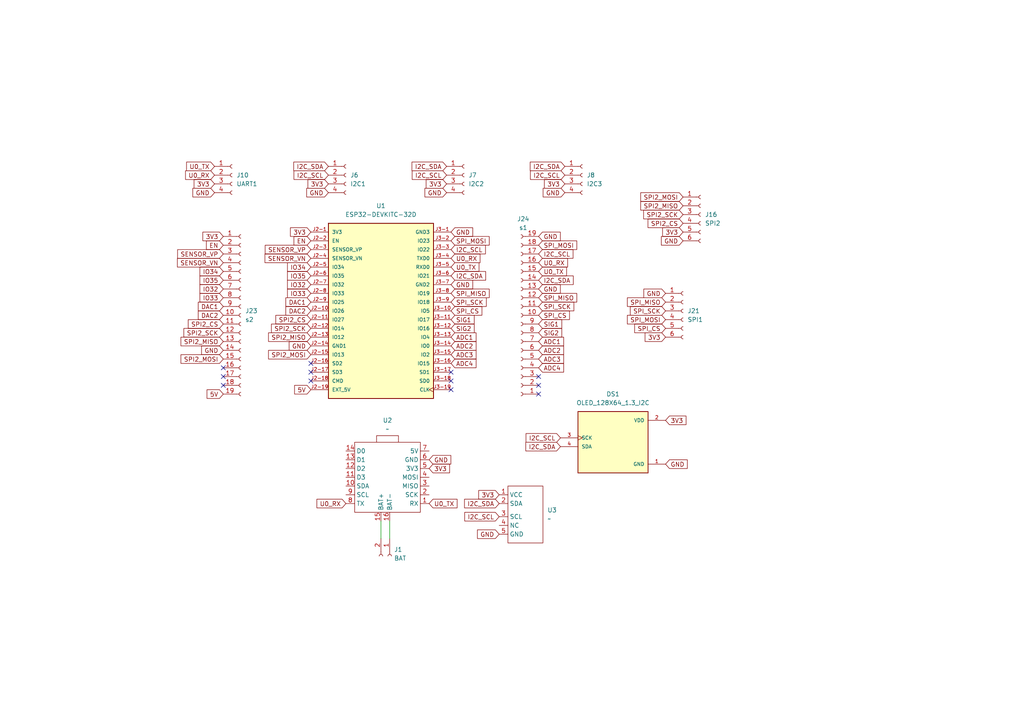
<source format=kicad_sch>
(kicad_sch (version 20250114) (generator "eeschema") (generator_version "9.0")
  (paper "A4")
  (lib_symbols
    (symbol "Connector:Conn_01x02_Socket" (pin_names (offset 1.016) (hide yes))
      (property "Reference" "J" (at 0 2.54 0))
      (property "Value" "Conn_01x02_Socket" (at 0 -5.08 0))
      (symbol "Conn_01x02_Socket_1_1"
        (polyline (pts (xy -1.27 0) (xy -0.508 0)) (stroke (width 0.1524)))
        (polyline (pts (xy -1.27 -2.54) (xy -0.508 -2.54)) (stroke (width 0.1524)))
        (arc (start 0 -0.508) (mid -0.5058 0) (end 0 0.508) (stroke (width 0.1524)))
        (arc (start 0 -3.048) (mid -0.5058 -2.54) (end 0 -2.032) (stroke (width 0.1524)))
        (pin passive line (at -5.08 0 0) (length 3.81) (name "Pin_1") (number "1"))
        (pin passive line (at -5.08 -2.54 0) (length 3.81) (name "Pin_2") (number "2"))
      )
    )
    (symbol "Connector:Conn_01x04_Socket" (pin_names (offset 1.016) (hide yes))
      (property "Reference" "J" (at 0 5.08 0))
      (property "Value" "Conn_01x04_Socket" (at 0 -7.62 0))
      (symbol "Conn_01x04_Socket_1_1"
        (polyline (pts (xy -1.27 2.54) (xy -0.508 2.54)) (stroke (width 0.1524)))
        (polyline (pts (xy -1.27 0) (xy -0.508 0)) (stroke (width 0.1524)))
        (polyline (pts (xy -1.27 -2.54) (xy -0.508 -2.54)) (stroke (width 0.1524)))
        (polyline (pts (xy -1.27 -5.08) (xy -0.508 -5.08)) (stroke (width 0.1524)))
        (arc (start 0 2.032) (mid -0.5058 2.54) (end 0 3.048) (stroke (width 0.1524)))
        (arc (start 0 -0.508) (mid -0.5058 0) (end 0 0.508) (stroke (width 0.1524)))
        (arc (start 0 -3.048) (mid -0.5058 -2.54) (end 0 -2.032) (stroke (width 0.1524)))
        (arc (start 0 -5.588) (mid -0.5058 -5.08) (end 0 -4.572) (stroke (width 0.1524)))
        (pin passive line (at -5.08 2.54 0) (length 3.81) (name "Pin_1") (number "1"))
        (pin passive line (at -5.08 0 0) (length 3.81) (name "Pin_2") (number "2"))
        (pin passive line (at -5.08 -2.54 0) (length 3.81) (name "Pin_3") (number "3"))
        (pin passive line (at -5.08 -5.08 0) (length 3.81) (name "Pin_4") (number "4"))
      )
    )
    (symbol "Connector:Conn_01x06_Socket" (pin_names (offset 1.016) (hide yes))
      (property "Reference" "J" (at 0 7.62 0))
      (property "Value" "Conn_01x06_Socket" (at 0 -10.16 0))
      (symbol "Conn_01x06_Socket_1_1"
        (polyline (pts (xy -1.27 5.08) (xy -0.508 5.08)) (stroke (width 0.1524)))
        (polyline (pts (xy -1.27 2.54) (xy -0.508 2.54)) (stroke (width 0.1524)))
        (polyline (pts (xy -1.27 0) (xy -0.508 0)) (stroke (width 0.1524)))
        (polyline (pts (xy -1.27 -2.54) (xy -0.508 -2.54)) (stroke (width 0.1524)))
        (polyline (pts (xy -1.27 -5.08) (xy -0.508 -5.08)) (stroke (width 0.1524)))
        (polyline (pts (xy -1.27 -7.62) (xy -0.508 -7.62)) (stroke (width 0.1524)))
        (arc (start 0 4.572) (mid -0.5058 5.08) (end 0 5.588) (stroke (width 0.1524)))
        (arc (start 0 2.032) (mid -0.5058 2.54) (end 0 3.048) (stroke (width 0.1524)))
        (arc (start 0 -0.508) (mid -0.5058 0) (end 0 0.508) (stroke (width 0.1524)))
        (arc (start 0 -3.048) (mid -0.5058 -2.54) (end 0 -2.032) (stroke (width 0.1524)))
        (arc (start 0 -5.588) (mid -0.5058 -5.08) (end 0 -4.572) (stroke (width 0.1524)))
        (arc (start 0 -8.128) (mid -0.5058 -7.62) (end 0 -7.112) (stroke (width 0.1524)))
        (pin passive line (at -5.08 5.08 0) (length 3.81) (name "Pin_1") (number "1"))
        (pin passive line (at -5.08 2.54 0) (length 3.81) (name "Pin_2") (number "2"))
        (pin passive line (at -5.08 0 0) (length 3.81) (name "Pin_3") (number "3"))
        (pin passive line (at -5.08 -2.54 0) (length 3.81) (name "Pin_4") (number "4"))
        (pin passive line (at -5.08 -5.08 0) (length 3.81) (name "Pin_5") (number "5"))
        (pin passive line (at -5.08 -7.62 0) (length 3.81) (name "Pin_6") (number "6"))
      )
    )
    (symbol "Connector:Conn_01x19_Socket" (pin_names (offset 1.016) (hide yes))
      (property "Reference" "J" (at 0 25.4 0))
      (property "Value" "Conn_01x19_Socket" (at 0 -25.4 0))
      (symbol "Conn_01x19_Socket_1_1"
        (polyline (pts (xy -1.27 22.86) (xy -0.508 22.86)) (stroke (width 0.1524)))
        (polyline (pts (xy -1.27 20.32) (xy -0.508 20.32)) (stroke (width 0.1524)))
        (polyline (pts (xy -1.27 17.78) (xy -0.508 17.78)) (stroke (width 0.1524)))
        (polyline (pts (xy -1.27 15.24) (xy -0.508 15.24)) (stroke (width 0.1524)))
        (polyline (pts (xy -1.27 12.7) (xy -0.508 12.7)) (stroke (width 0.1524)))
        (polyline (pts (xy -1.27 10.16) (xy -0.508 10.16)) (stroke (width 0.1524)))
        (polyline (pts (xy -1.27 7.62) (xy -0.508 7.62)) (stroke (width 0.1524)))
        (polyline (pts (xy -1.27 5.08) (xy -0.508 5.08)) (stroke (width 0.1524)))
        (polyline (pts (xy -1.27 2.54) (xy -0.508 2.54)) (stroke (width 0.1524)))
        (polyline (pts (xy -1.27 0) (xy -0.508 0)) (stroke (width 0.1524)))
        (polyline (pts (xy -1.27 -2.54) (xy -0.508 -2.54)) (stroke (width 0.1524)))
        (polyline (pts (xy -1.27 -5.08) (xy -0.508 -5.08)) (stroke (width 0.1524)))
        (polyline (pts (xy -1.27 -7.62) (xy -0.508 -7.62)) (stroke (width 0.1524)))
        (polyline (pts (xy -1.27 -10.16) (xy -0.508 -10.16)) (stroke (width 0.1524)))
        (polyline (pts (xy -1.27 -12.7) (xy -0.508 -12.7)) (stroke (width 0.1524)))
        (polyline (pts (xy -1.27 -15.24) (xy -0.508 -15.24)) (stroke (width 0.1524)))
        (polyline (pts (xy -1.27 -17.78) (xy -0.508 -17.78)) (stroke (width 0.1524)))
        (polyline (pts (xy -1.27 -20.32) (xy -0.508 -20.32)) (stroke (width 0.1524)))
        (polyline (pts (xy -1.27 -22.86) (xy -0.508 -22.86)) (stroke (width 0.1524)))
        (arc (start 0 22.352) (mid -0.5058 22.86) (end 0 23.368) (stroke (width 0.1524)))
        (arc (start 0 19.812) (mid -0.5058 20.32) (end 0 20.828) (stroke (width 0.1524)))
        (arc (start 0 17.272) (mid -0.5058 17.78) (end 0 18.288) (stroke (width 0.1524)))
        (arc (start 0 14.732) (mid -0.5058 15.24) (end 0 15.748) (stroke (width 0.1524)))
        (arc (start 0 12.192) (mid -0.5058 12.7) (end 0 13.208) (stroke (width 0.1524)))
        (arc (start 0 9.652) (mid -0.5058 10.16) (end 0 10.668) (stroke (width 0.1524)))
        (arc (start 0 7.112) (mid -0.5058 7.62) (end 0 8.128) (stroke (width 0.1524)))
        (arc (start 0 4.572) (mid -0.5058 5.08) (end 0 5.588) (stroke (width 0.1524)))
        (arc (start 0 2.032) (mid -0.5058 2.54) (end 0 3.048) (stroke (width 0.1524)))
        (arc (start 0 -0.508) (mid -0.5058 0) (end 0 0.508) (stroke (width 0.1524)))
        (arc (start 0 -3.048) (mid -0.5058 -2.54) (end 0 -2.032) (stroke (width 0.1524)))
        (arc (start 0 -5.588) (mid -0.5058 -5.08) (end 0 -4.572) (stroke (width 0.1524)))
        (arc (start 0 -8.128) (mid -0.5058 -7.62) (end 0 -7.112) (stroke (width 0.1524)))
        (arc (start 0 -10.668) (mid -0.5058 -10.16) (end 0 -9.652) (stroke (width 0.1524)))
        (arc (start 0 -13.208) (mid -0.5058 -12.7) (end 0 -12.192) (stroke (width 0.1524)))
        (arc (start 0 -15.748) (mid -0.5058 -15.24) (end 0 -14.732) (stroke (width 0.1524)))
        (arc (start 0 -18.288) (mid -0.5058 -17.78) (end 0 -17.272) (stroke (width 0.1524)))
        (arc (start 0 -20.828) (mid -0.5058 -20.32) (end 0 -19.812) (stroke (width 0.1524)))
        (arc (start 0 -23.368) (mid -0.5058 -22.86) (end 0 -22.352) (stroke (width 0.1524)))
        (pin passive line (at -5.08 22.86 0) (length 3.81) (name "Pin_1") (number "1"))
        (pin passive line (at -5.08 20.32 0) (length 3.81) (name "Pin_2") (number "2"))
        (pin passive line (at -5.08 17.78 0) (length 3.81) (name "Pin_3") (number "3"))
        (pin passive line (at -5.08 15.24 0) (length 3.81) (name "Pin_4") (number "4"))
        (pin passive line (at -5.08 12.7 0) (length 3.81) (name "Pin_5") (number "5"))
        (pin passive line (at -5.08 10.16 0) (length 3.81) (name "Pin_6") (number "6"))
        (pin passive line (at -5.08 7.62 0) (length 3.81) (name "Pin_7") (number "7"))
        (pin passive line (at -5.08 5.08 0) (length 3.81) (name "Pin_8") (number "8"))
        (pin passive line (at -5.08 2.54 0) (length 3.81) (name "Pin_9") (number "9"))
        (pin passive line (at -5.08 0 0) (length 3.81) (name "Pin_10") (number "10"))
        (pin passive line (at -5.08 -2.54 0) (length 3.81) (name "Pin_11") (number "11"))
        (pin passive line (at -5.08 -5.08 0) (length 3.81) (name "Pin_12") (number "12"))
        (pin passive line (at -5.08 -7.62 0) (length 3.81) (name "Pin_13") (number "13"))
        (pin passive line (at -5.08 -10.16 0) (length 3.81) (name "Pin_14") (number "14"))
        (pin passive line (at -5.08 -12.7 0) (length 3.81) (name "Pin_15") (number "15"))
        (pin passive line (at -5.08 -15.24 0) (length 3.81) (name "Pin_16") (number "16"))
        (pin passive line (at -5.08 -17.78 0) (length 3.81) (name "Pin_17") (number "17"))
        (pin passive line (at -5.08 -20.32 0) (length 3.81) (name "Pin_18") (number "18"))
        (pin passive line (at -5.08 -22.86 0) (length 3.81) (name "Pin_19") (number "19"))
      )
    )
    (symbol "DS3231:DS3131"
      (property "Reference" "U" (at 0 0 0))
      (symbol "DS3131_0_1"
        (rectangle (start -5.08 6.35) (end 5.08 -10.16))
      )
      (symbol "DS3131_1_1"
        (pin input line (at -7.62 3.81 0) (length 2.54) (name "VCC") (number "1"))
        (pin input line (at -7.62 1.27 0) (length 2.54) (name "SDA") (number "2"))
        (pin input line (at -7.62 -2.54 0) (length 2.54) (name "SCL") (number "3"))
        (pin input line (at -7.62 -5.08 0) (length 2.54) (name "NC") (number "4"))
        (pin input line (at -7.62 -7.62 0) (length 2.54) (name "GND") (number "5"))
      )
    )
    (symbol "ESP32-DEVKITC-32D:ESP32-DEVKITC-32D" (pin_names (offset 1.016))
      (property "Reference" "U" (at -15.2572 26.0643 0))
      (property "Value" "ESP32-DEVKITC-32D" (at -15.2563 -27.9698 0))
      (symbol "ESP32-DEVKITC-32D_0_0"
        (rectangle (start -15.24 -25.4) (end 15.24 25.4) (stroke (width 0.254)) (fill (type background)))
        (pin power_in line (at -20.32 22.86 0) (length 5.08) (name "3V3") (number "J2-1"))
        (pin input line (at -20.32 20.32 0) (length 5.08) (name "EN") (number "J2-2"))
        (pin input line (at -20.32 17.78 0) (length 5.08) (name "SENSOR_VP") (number "J2-3"))
        (pin input line (at -20.32 15.24 0) (length 5.08) (name "SENSOR_VN") (number "J2-4"))
        (pin bidirectional line (at -20.32 12.7 0) (length 5.08) (name "IO34") (number "J2-5"))
        (pin bidirectional line (at -20.32 10.16 0) (length 5.08) (name "IO35") (number "J2-6"))
        (pin bidirectional line (at -20.32 7.62 0) (length 5.08) (name "IO32") (number "J2-7"))
        (pin bidirectional line (at -20.32 5.08 0) (length 5.08) (name "IO33") (number "J2-8"))
        (pin bidirectional line (at -20.32 2.54 0) (length 5.08) (name "IO25") (number "J2-9"))
        (pin bidirectional line (at -20.32 0 0) (length 5.08) (name "IO26") (number "J2-10"))
        (pin bidirectional line (at -20.32 -2.54 0) (length 5.08) (name "IO27") (number "J2-11"))
        (pin bidirectional line (at -20.32 -5.08 0) (length 5.08) (name "IO14") (number "J2-12"))
        (pin bidirectional line (at -20.32 -7.62 0) (length 5.08) (name "IO12") (number "J2-13"))
        (pin power_in line (at -20.32 -10.16 0) (length 5.08) (name "GND1") (number "J2-14"))
        (pin bidirectional line (at -20.32 -12.7 0) (length 5.08) (name "IO13") (number "J2-15"))
        (pin bidirectional line (at -20.32 -15.24 0) (length 5.08) (name "SD2") (number "J2-16"))
        (pin bidirectional line (at -20.32 -17.78 0) (length 5.08) (name "SD3") (number "J2-17"))
        (pin bidirectional line (at -20.32 -20.32 0) (length 5.08) (name "CMD") (number "J2-18"))
        (pin power_in line (at -20.32 -22.86 0) (length 5.08) (name "EXT_5V") (number "J2-19"))
        (pin power_in line (at 20.32 22.86 180) (length 5.08) (name "GND3") (number "J3-1"))
        (pin bidirectional line (at 20.32 20.32 180) (length 5.08) (name "IO23") (number "J3-2"))
        (pin bidirectional line (at 20.32 17.78 180) (length 5.08) (name "IO22") (number "J3-3"))
        (pin output line (at 20.32 15.24 180) (length 5.08) (name "TXD0") (number "J3-4"))
        (pin input line (at 20.32 12.7 180) (length 5.08) (name "RXD0") (number "J3-5"))
        (pin bidirectional line (at 20.32 10.16 180) (length 5.08) (name "IO21") (number "J3-6"))
        (pin power_in line (at 20.32 7.62 180) (length 5.08) (name "GND2") (number "J3-7"))
        (pin bidirectional line (at 20.32 5.08 180) (length 5.08) (name "IO19") (number "J3-8"))
        (pin bidirectional line (at 20.32 2.54 180) (length 5.08) (name "IO18") (number "J3-9"))
        (pin bidirectional line (at 20.32 0 180) (length 5.08) (name "IO5") (number "J3-10"))
        (pin bidirectional line (at 20.32 -2.54 180) (length 5.08) (name "IO17") (number "J3-11"))
        (pin bidirectional line (at 20.32 -5.08 180) (length 5.08) (name "IO16") (number "J3-12"))
        (pin bidirectional line (at 20.32 -7.62 180) (length 5.08) (name "IO4") (number "J3-13"))
        (pin bidirectional line (at 20.32 -10.16 180) (length 5.08) (name "IO0") (number "J3-14"))
        (pin bidirectional line (at 20.32 -12.7 180) (length 5.08) (name "IO2") (number "J3-15"))
        (pin bidirectional line (at 20.32 -15.24 180) (length 5.08) (name "IO15") (number "J3-16"))
        (pin bidirectional line (at 20.32 -17.78 180) (length 5.08) (name "SD1") (number "J3-17"))
        (pin bidirectional line (at 20.32 -20.32 180) (length 5.08) (name "SD0") (number "J3-18"))
        (pin input clock (at 20.32 -22.86 180) (length 5.08) (name "CLK") (number "J3-19"))
      )
    )
    (symbol "OLED_128X64_1.3_I2C:OLED_128X64_1.3_I2C" (pin_names (offset 1.016))
      (property "Reference" "DS" (at -10.16 10.922 0))
      (property "Value" "OLED_128X64_1.3_I2C" (at -10.16 -10.16 0))
      (symbol "OLED_128X64_1.3_I2C_0_0"
        (rectangle (start -10.16 -7.62) (end 10.16 10.16) (stroke (width 0.254)) (fill (type background)))
        (pin input clock (at -15.24 2.54 0) (length 5.08) (name "SCK") (number "3"))
        (pin bidirectional line (at -15.24 0 0) (length 5.08) (name "SDA") (number "4"))
      )
      (symbol "OLED_128X64_1.3_I2C_1_0"
        (pin power_in line (at 15.24 7.62 180) (length 5.08) (name "VDD") (number "2"))
        (pin power_in line (at 15.24 -5.08 180) (length 5.08) (name "GND") (number "1"))
      )
    )
    (symbol "Seeed XIAO nrf52840:NRF52840"
      (property "Reference" "U" (at 0.254 0.254 0))
      (symbol "NRF52840_0_1"
        (rectangle (start -8.89 8.89) (end 10.16 -11.43))
        (rectangle (start -2.54 10.795) (end 3.81 8.89))
      )
      (symbol "NRF52840_1_1"
        (pin input line (at -11.43 6.35 0) (length 2.54) (name "D0") (number "14"))
        (pin input line (at -11.43 3.81 0) (length 2.54) (name "D1") (number "13"))
        (pin input line (at -11.43 1.27 0) (length 2.54) (name "D2") (number "12"))
        (pin input line (at -11.43 -1.27 0) (length 2.54) (name "D3") (number "11"))
        (pin input line (at -11.43 -3.81 0) (length 2.54) (name "SDA") (number "10"))
        (pin input line (at -11.43 -6.35 0) (length 2.54) (name "SCL") (number "9"))
        (pin input line (at -11.43 -8.89 0) (length 2.54) (name "TX") (number "8"))
        (pin input line (at -1.27 -13.97 90) (length 2.54) (name "BAT+") (number "15"))
        (pin input line (at 1.27 -13.97 90) (length 2.54) (name "BAT-") (number "16"))
        (pin input line (at 12.7 6.35 180) (length 2.54) (name "5V") (number "7"))
        (pin input line (at 12.7 3.81 180) (length 2.54) (name "GND") (number "6"))
        (pin input line (at 12.7 1.27 180) (length 2.54) (name "3V3") (number "5"))
        (pin input line (at 12.7 -1.27 180) (length 2.54) (name "MOSI") (number "4"))
        (pin input line (at 12.7 -3.81 180) (length 2.54) (name "MISO") (number "3"))
        (pin input line (at 12.7 -6.35 180) (length 2.54) (name "SCK") (number "2"))
        (pin input line (at 12.7 -8.89 180) (length 2.54) (name "RX") (number "1"))
      )
    )
  )
  (no_connect (at 156.21 109.22))
  (no_connect (at 90.17 105.41))
  (no_connect (at 156.21 114.3))
  (no_connect (at 64.77 111.76))
  (no_connect (at 130.81 107.95))
  (no_connect (at 130.81 113.03))
  (no_connect (at 130.81 110.49))
  (no_connect (at 90.17 110.49))
  (no_connect (at 64.77 109.22))
  (no_connect (at 90.17 107.95))
  (no_connect (at 64.77 106.68))
  (no_connect (at 156.21 111.76))
  (wire (pts (xy 113.03 151.13) (xy 113.03 156.21)))
  (wire (pts (xy 110.49 151.13) (xy 110.49 156.21)))
  (global_label "5V" (shape input) (at 64.77 114.3 180) (property "Intersheetrefs" "${INTERSHEET_REFS}" (effects (hide yes))))
  (global_label "GND" (shape input) (at 163.83 55.88 180) (property "Intersheetrefs" "${INTERSHEET_REFS}" (effects (hide yes))))
  (global_label "SPI_MISO" (shape input) (at 130.81 85.09 0) (property "Intersheetrefs" "${INTERSHEET_REFS}" (effects (hide yes))))
  (global_label "SPI_CS" (shape input) (at 193.04 95.25 180) (property "Intersheetrefs" "${INTERSHEET_REFS}" (effects (hide yes))))
  (global_label "GND" (shape input) (at 62.23 55.88 180) (property "Intersheetrefs" "${INTERSHEET_REFS}" (effects (hide yes))))
  (global_label "SIG2" (shape input) (at 130.81 95.25 0) (property "Intersheetrefs" "${INTERSHEET_REFS}" (effects (hide yes))))
  (global_label "3V3" (shape input) (at 62.23 53.34 180) (property "Intersheetrefs" "${INTERSHEET_REFS}" (effects (hide yes))))
  (global_label "SPI2_MISO" (shape input) (at 198.12 59.69 180) (property "Intersheetrefs" "${INTERSHEET_REFS}" (effects (hide yes))))
  (global_label "IO34" (shape input) (at 90.17 77.47 180) (property "Intersheetrefs" "${INTERSHEET_REFS}" (effects (hide yes))))
  (global_label "EN" (shape input) (at 90.17 69.85 180) (property "Intersheetrefs" "${INTERSHEET_REFS}" (effects (hide yes))))
  (global_label "SPI2_CS" (shape input) (at 198.12 64.77 180) (property "Intersheetrefs" "${INTERSHEET_REFS}" (effects (hide yes))))
  (global_label "5V" (shape input) (at 90.17 113.03 180) (property "Intersheetrefs" "${INTERSHEET_REFS}" (effects (hide yes))))
  (global_label "SENSOR_VN" (shape input) (at 64.77 76.2 180) (property "Intersheetrefs" "${INTERSHEET_REFS}" (effects (hide yes))))
  (global_label "SENSOR_VN" (shape input) (at 90.17 74.93 180) (property "Intersheetrefs" "${INTERSHEET_REFS}" (effects (hide yes))))
  (global_label "I2C_SDA" (shape input) (at 144.78 146.05 180) (property "Intersheetrefs" "${INTERSHEET_REFS}" (effects (hide yes))))
  (global_label "I2C_SDA" (shape input) (at 163.83 48.26 180) (property "Intersheetrefs" "${INTERSHEET_REFS}" (effects (hide yes))))
  (global_label "GND" (shape input) (at 90.17 100.33 180) (property "Intersheetrefs" "${INTERSHEET_REFS}" (effects (hide yes))))
  (global_label "SIG1" (shape input) (at 130.81 92.71 0) (property "Intersheetrefs" "${INTERSHEET_REFS}" (effects (hide yes))))
  (global_label "3V3" (shape input) (at 90.17 67.31 180) (property "Intersheetrefs" "${INTERSHEET_REFS}" (effects (hide yes))))
  (global_label "SPI2_MOSI" (shape input) (at 90.17 102.87 180) (property "Intersheetrefs" "${INTERSHEET_REFS}" (effects (hide yes))))
  (global_label "3V3" (shape input) (at 129.54 53.34 180) (property "Intersheetrefs" "${INTERSHEET_REFS}" (effects (hide yes))))
  (global_label "SPI2_MISO" (shape input) (at 64.77 99.06 180) (property "Intersheetrefs" "${INTERSHEET_REFS}" (effects (hide yes))))
  (global_label "U0_RX" (shape input) (at 130.81 74.93 0) (property "Intersheetrefs" "${INTERSHEET_REFS}" (effects (hide yes))))
  (global_label "GND" (shape input) (at 156.21 68.58 0) (property "Intersheetrefs" "${INTERSHEET_REFS}" (effects (hide yes))))
  (global_label "3V3" (shape input) (at 95.25 53.34 180) (property "Intersheetrefs" "${INTERSHEET_REFS}" (effects (hide yes))))
  (global_label "SPI2_CS" (shape input) (at 90.17 92.71 180) (property "Intersheetrefs" "${INTERSHEET_REFS}" (effects (hide yes))))
  (global_label "I2C_SCL" (shape input) (at 163.83 50.8 180) (property "Intersheetrefs" "${INTERSHEET_REFS}" (effects (hide yes))))
  (global_label "IO33" (shape input) (at 90.17 85.09 180) (property "Intersheetrefs" "${INTERSHEET_REFS}" (effects (hide yes))))
  (global_label "GND" (shape input) (at 193.04 134.62 0) (property "Intersheetrefs" "${INTERSHEET_REFS}" (effects (hide yes))))
  (global_label "SIG1" (shape input) (at 156.21 93.98 0) (property "Intersheetrefs" "${INTERSHEET_REFS}" (effects (hide yes))))
  (global_label "SPI2_SCK" (shape input) (at 198.12 62.23 180) (property "Intersheetrefs" "${INTERSHEET_REFS}" (effects (hide yes))))
  (global_label "ADC4" (shape input) (at 130.81 105.41 0) (property "Intersheetrefs" "${INTERSHEET_REFS}" (effects (hide yes))))
  (global_label "U0_RX" (shape input) (at 100.33 146.05 180) (property "Intersheetrefs" "${INTERSHEET_REFS}" (effects (hide yes))))
  (global_label "SPI2_SCK" (shape input) (at 90.17 95.25 180) (property "Intersheetrefs" "${INTERSHEET_REFS}" (effects (hide yes))))
  (global_label "IO33" (shape input) (at 64.77 86.36 180) (property "Intersheetrefs" "${INTERSHEET_REFS}" (effects (hide yes))))
  (global_label "GND" (shape input) (at 130.81 67.31 0) (property "Intersheetrefs" "${INTERSHEET_REFS}" (effects (hide yes))))
  (global_label "IO32" (shape input) (at 90.17 82.55 180) (property "Intersheetrefs" "${INTERSHEET_REFS}" (effects (hide yes))))
  (global_label "SPI_SCK" (shape input) (at 193.04 90.17 180) (property "Intersheetrefs" "${INTERSHEET_REFS}" (effects (hide yes))))
  (global_label "GND" (shape input) (at 144.78 154.94 180) (property "Intersheetrefs" "${INTERSHEET_REFS}" (effects (hide yes))))
  (global_label "IO35" (shape input) (at 90.17 80.01 180) (property "Intersheetrefs" "${INTERSHEET_REFS}" (effects (hide yes))))
  (global_label "SPI_MISO" (shape input) (at 156.21 86.36 0) (property "Intersheetrefs" "${INTERSHEET_REFS}" (effects (hide yes))))
  (global_label "DAC1" (shape input) (at 90.17 87.63 180) (property "Intersheetrefs" "${INTERSHEET_REFS}" (effects (hide yes))))
  (global_label "U0_TX" (shape input) (at 62.23 48.26 180) (property "Intersheetrefs" "${INTERSHEET_REFS}" (effects (hide yes))))
  (global_label "I2C_SDA" (shape input) (at 95.25 48.26 180) (property "Intersheetrefs" "${INTERSHEET_REFS}" (effects (hide yes))))
  (global_label "U0_RX" (shape input) (at 62.23 50.8 180) (property "Intersheetrefs" "${INTERSHEET_REFS}" (effects (hide yes))))
  (global_label "GND" (shape input) (at 124.46 133.35 0) (property "Intersheetrefs" "${INTERSHEET_REFS}" (effects (hide yes))))
  (global_label "SPI_MOSI" (shape input) (at 193.04 92.71 180) (property "Intersheetrefs" "${INTERSHEET_REFS}" (effects (hide yes))))
  (global_label "I2C_SDA" (shape input) (at 156.21 81.28 0) (property "Intersheetrefs" "${INTERSHEET_REFS}" (effects (hide yes))))
  (global_label "IO34" (shape input) (at 64.77 78.74 180) (property "Intersheetrefs" "${INTERSHEET_REFS}" (effects (hide yes))))
  (global_label "3V3" (shape input) (at 193.04 97.79 180) (property "Intersheetrefs" "${INTERSHEET_REFS}" (effects (hide yes))))
  (global_label "ADC3" (shape input) (at 156.21 104.14 0) (property "Intersheetrefs" "${INTERSHEET_REFS}" (effects (hide yes))))
  (global_label "I2C_SCL" (shape input) (at 162.56 127 180) (property "Intersheetrefs" "${INTERSHEET_REFS}" (effects (hide yes))))
  (global_label "3V3" (shape input) (at 144.78 143.51 180) (property "Intersheetrefs" "${INTERSHEET_REFS}" (effects (hide yes))))
  (global_label "U0_TX" (shape input) (at 124.46 146.05 0) (property "Intersheetrefs" "${INTERSHEET_REFS}" (effects (hide yes))))
  (global_label "GND" (shape input) (at 193.04 85.09 180) (property "Intersheetrefs" "${INTERSHEET_REFS}" (effects (hide yes))))
  (global_label "ADC3" (shape input) (at 130.81 102.87 0) (property "Intersheetrefs" "${INTERSHEET_REFS}" (effects (hide yes))))
  (global_label "SPI2_MOSI" (shape input) (at 64.77 104.14 180) (property "Intersheetrefs" "${INTERSHEET_REFS}" (effects (hide yes))))
  (global_label "SPI_MOSI" (shape input) (at 130.81 69.85 0) (property "Intersheetrefs" "${INTERSHEET_REFS}" (effects (hide yes))))
  (global_label "GND" (shape input) (at 129.54 55.88 180) (property "Intersheetrefs" "${INTERSHEET_REFS}" (effects (hide yes))))
  (global_label "3V3" (shape input) (at 64.77 68.58 180) (property "Intersheetrefs" "${INTERSHEET_REFS}" (effects (hide yes))))
  (global_label "I2C_SCL" (shape input) (at 95.25 50.8 180) (property "Intersheetrefs" "${INTERSHEET_REFS}" (effects (hide yes))))
  (global_label "ADC1" (shape input) (at 130.81 97.79 0) (property "Intersheetrefs" "${INTERSHEET_REFS}" (effects (hide yes))))
  (global_label "I2C_SCL" (shape input) (at 129.54 50.8 180) (property "Intersheetrefs" "${INTERSHEET_REFS}" (effects (hide yes))))
  (global_label "GND" (shape input) (at 64.77 101.6 180) (property "Intersheetrefs" "${INTERSHEET_REFS}" (effects (hide yes))))
  (global_label "DAC1" (shape input) (at 64.77 88.9 180) (property "Intersheetrefs" "${INTERSHEET_REFS}" (effects (hide yes))))
  (global_label "SPI2_CS" (shape input) (at 64.77 93.98 180) (property "Intersheetrefs" "${INTERSHEET_REFS}" (effects (hide yes))))
  (global_label "I2C_SDA" (shape input) (at 129.54 48.26 180) (property "Intersheetrefs" "${INTERSHEET_REFS}" (effects (hide yes))))
  (global_label "DAC2" (shape input) (at 90.17 90.17 180) (property "Intersheetrefs" "${INTERSHEET_REFS}" (effects (hide yes))))
  (global_label "SPI_MISO" (shape input) (at 193.04 87.63 180) (property "Intersheetrefs" "${INTERSHEET_REFS}" (effects (hide yes))))
  (global_label "3V3" (shape input) (at 193.04 121.92 0) (property "Intersheetrefs" "${INTERSHEET_REFS}" (effects (hide yes))))
  (global_label "SPI_MOSI" (shape input) (at 156.21 71.12 0) (property "Intersheetrefs" "${INTERSHEET_REFS}" (effects (hide yes))))
  (global_label "GND" (shape input) (at 130.81 82.55 0) (property "Intersheetrefs" "${INTERSHEET_REFS}" (effects (hide yes))))
  (global_label "SIG2" (shape input) (at 156.21 96.52 0) (property "Intersheetrefs" "${INTERSHEET_REFS}" (effects (hide yes))))
  (global_label "IO35" (shape input) (at 64.77 81.28 180) (property "Intersheetrefs" "${INTERSHEET_REFS}" (effects (hide yes))))
  (global_label "U0_TX" (shape input) (at 130.81 77.47 0) (property "Intersheetrefs" "${INTERSHEET_REFS}" (effects (hide yes))))
  (global_label "ADC2" (shape input) (at 156.21 101.6 0) (property "Intersheetrefs" "${INTERSHEET_REFS}" (effects (hide yes))))
  (global_label "ADC4" (shape input) (at 156.21 106.68 0) (property "Intersheetrefs" "${INTERSHEET_REFS}" (effects (hide yes))))
  (global_label "ADC1" (shape input) (at 156.21 99.06 0) (property "Intersheetrefs" "${INTERSHEET_REFS}" (effects (hide yes))))
  (global_label "SPI_CS" (shape input) (at 130.81 90.17 0) (property "Intersheetrefs" "${INTERSHEET_REFS}" (effects (hide yes))))
  (global_label "I2C_SDA" (shape input) (at 130.81 80.01 0) (property "Intersheetrefs" "${INTERSHEET_REFS}" (effects (hide yes))))
  (global_label "I2C_SCL" (shape input) (at 156.21 73.66 0) (property "Intersheetrefs" "${INTERSHEET_REFS}" (effects (hide yes))))
  (global_label "SPI2_MOSI" (shape input) (at 198.12 57.15 180) (property "Intersheetrefs" "${INTERSHEET_REFS}" (effects (hide yes))))
  (global_label "SPI_SCK" (shape input) (at 130.81 87.63 0) (property "Intersheetrefs" "${INTERSHEET_REFS}" (effects (hide yes))))
  (global_label "I2C_SCL" (shape input) (at 130.81 72.39 0) (property "Intersheetrefs" "${INTERSHEET_REFS}" (effects (hide yes))))
  (global_label "EN" (shape input) (at 64.77 71.12 180) (property "Intersheetrefs" "${INTERSHEET_REFS}" (effects (hide yes))))
  (global_label "SENSOR_VP" (shape input) (at 64.77 73.66 180) (property "Intersheetrefs" "${INTERSHEET_REFS}" (effects (hide yes))))
  (global_label "SPI_SCK" (shape input) (at 156.21 88.9 0) (property "Intersheetrefs" "${INTERSHEET_REFS}" (effects (hide yes))))
  (global_label "SPI_CS" (shape input) (at 156.21 91.44 0) (property "Intersheetrefs" "${INTERSHEET_REFS}" (effects (hide yes))))
  (global_label "ADC2" (shape input) (at 130.81 100.33 0) (property "Intersheetrefs" "${INTERSHEET_REFS}" (effects (hide yes))))
  (global_label "DAC2" (shape input) (at 64.77 91.44 180) (property "Intersheetrefs" "${INTERSHEET_REFS}" (effects (hide yes))))
  (global_label "GND" (shape input) (at 156.21 83.82 0) (property "Intersheetrefs" "${INTERSHEET_REFS}" (effects (hide yes))))
  (global_label "U0_TX" (shape input) (at 156.21 78.74 0) (property "Intersheetrefs" "${INTERSHEET_REFS}" (effects (hide yes))))
  (global_label "3V3" (shape input) (at 124.46 135.89 0) (property "Intersheetrefs" "${INTERSHEET_REFS}" (effects (hide yes))))
  (global_label "3V3" (shape input) (at 198.12 67.31 180) (property "Intersheetrefs" "${INTERSHEET_REFS}" (effects (hide yes))))
  (global_label "SPI2_SCK" (shape input) (at 64.77 96.52 180) (property "Intersheetrefs" "${INTERSHEET_REFS}" (effects (hide yes))))
  (global_label "GND" (shape input) (at 95.25 55.88 180) (property "Intersheetrefs" "${INTERSHEET_REFS}" (effects (hide yes))))
  (global_label "I2C_SCL" (shape input) (at 144.78 149.86 180) (property "Intersheetrefs" "${INTERSHEET_REFS}" (effects (hide yes))))
  (global_label "3V3" (shape input) (at 163.83 53.34 180) (property "Intersheetrefs" "${INTERSHEET_REFS}" (effects (hide yes))))
  (global_label "SPI2_MISO" (shape input) (at 90.17 97.79 180) (property "Intersheetrefs" "${INTERSHEET_REFS}" (effects (hide yes))))
  (global_label "SENSOR_VP" (shape input) (at 90.17 72.39 180) (property "Intersheetrefs" "${INTERSHEET_REFS}" (effects (hide yes))))
  (global_label "U0_RX" (shape input) (at 156.21 76.2 0) (property "Intersheetrefs" "${INTERSHEET_REFS}" (effects (hide yes))))
  (global_label "IO32" (shape input) (at 64.77 83.82 180) (property "Intersheetrefs" "${INTERSHEET_REFS}" (effects (hide yes))))
  (global_label "I2C_SDA" (shape input) (at 162.56 129.54 180) (property "Intersheetrefs" "${INTERSHEET_REFS}" (effects (hide yes))))
  (global_label "GND" (shape input) (at 198.12 69.85 180) (property "Intersheetrefs" "${INTERSHEET_REFS}" (effects (hide yes))))
  (symbol (lib_id "Connector:Conn_01x06_Socket") (at 203.2 62.23 0) (unit 1)
    (property "Reference" "J16" (at 204.47 62.2299 0) (effects (justify left)))
    (property "Value" "SPI2" (at 204.47 64.7699 0) (effects (justify left)))
    (property "Footprint" "Connector_PinHeader_2.54mm:PinHeader_1x06_P2.54mm_Vertical" (effects (hide yes)))
    (property "Description" "Generic connector, single row, 01x06, script generated" (effects (hide yes)))
  )
  (symbol (lib_id "Connector:Conn_01x06_Socket") (at 198.12 90.17 0) (unit 1)
    (property "Reference" "J21" (at 199.39 90.1699 0) (effects (justify left)))
    (property "Value" "SPI1" (at 199.39 92.7099 0) (effects (justify left)))
    (property "Footprint" "Connector_PinHeader_2.54mm:PinHeader_1x06_P2.54mm_Vertical" (effects (hide yes)))
    (property "Description" "Generic connector, single row, 01x06, script generated" (effects (hide yes)))
  )
  (symbol (lib_id "Seeed XIAO nrf52840:NRF52840") (at 111.76 137.16 0) (unit 1)
    (property "Reference" "U2" (at 112.395 121.92 0))
    (property "Value" "~" (at 112.395 124.46 0))
    (property "Footprint" "XIAO_NRF52840:XIAO_NRF52840" (effects (hide yes)))
  )
  (symbol (lib_id "Connector:Conn_01x04_Socket") (at 134.62 50.8 0) (unit 1)
    (property "Reference" "J7" (at 135.89 50.7999 0) (effects (justify left)))
    (property "Value" "I2C2" (at 135.89 53.3399 0) (effects (justify left)))
    (property "Footprint" "ESP32-DEVKITC-32D:PinHeader_1x04_P2.54mm_Vertical_tight" (effects (hide yes)))
    (property "Description" "Generic connector, single row, 01x04, script generated" (effects (hide yes)))
  )
  (symbol (lib_id "Connector:Conn_01x04_Socket") (at 100.33 50.8 0) (unit 1)
    (property "Reference" "J6" (at 101.6 50.7999 0) (effects (justify left)))
    (property "Value" "I2C1" (at 101.6 53.3399 0) (effects (justify left)))
    (property "Footprint" "ESP32-DEVKITC-32D:PinHeader_1x04_P2.54mm_Vertical_tight" (effects (hide yes)))
    (property "Description" "Generic connector, single row, 01x04, script generated" (effects (hide yes)))
  )
  (symbol (lib_id "Connector:Conn_01x04_Socket") (at 67.31 50.8 0) (unit 1)
    (property "Reference" "J10" (at 68.58 50.7999 0) (effects (justify left)))
    (property "Value" "UART1" (at 68.58 53.3399 0) (effects (justify left)))
    (property "Footprint" "ESP32-DEVKITC-32D:PinHeader_1x04_P2.54mm_Vertical_tight" (effects (hide yes)))
    (property "Description" "Generic connector, single row, 01x04, script generated" (effects (hide yes)))
  )
  (symbol (lib_id "Connector:Conn_01x19_Socket") (at 151.13 91.44 180) (unit 1)
    (property "Reference" "J24" (at 151.765 63.5 0))
    (property "Value" "s1" (at 151.765 66.04 0))
    (property "Footprint" "ESP32-DEVKITC-32D:PinSocket_1x19_P2.54mm_Vertical_Tight" (effects (hide yes)))
    (property "Description" "Generic connector, single row, 01x19, script generated" (effects (hide yes)))
  )
  (symbol (lib_id "Connector:Conn_01x02_Socket") (at 113.03 161.29 270) (unit 1)
    (property "Reference" "J1" (at 114.3 159.3849 90) (effects (justify left)))
    (property "Value" "BAT" (at 114.3 161.9249 90) (effects (justify left)))
    (property "Footprint" "Connector_JST:JST_PH_S2B-PH-K_1x02_P2.00mm_Horizontal" (effects (hide yes)))
    (property "Description" "Generic connector, single row, 01x02, script generated" (effects (hide yes)))
  )
  (symbol (lib_id "OLED_128X64_1.3_I2C:OLED_128X64_1.3_I2C") (at 177.8 129.54 0) (unit 1)
    (property "Reference" "DS1" (at 177.8 114.3 0))
    (property "Value" "OLED_128X64_1.3_I2C" (at 177.8 116.84 0))
    (property "Footprint" "OLED_128X64_1.3_I2C:LCD_OLED_128X64_1.3_I2C" (effects (hide yes)))
    (property "MF" "UNIVERSAL-SOLDER Electronics Ltd" (effects (hide yes)))
    (property "Description_1" "Non-Touch Graphic LCD Display Module Transmissive White OLED, Monochrome I2C 1.3 (33.02mm) 128 x 64" (effects (hide yes)))
    (property "Package" "None" (effects (hide yes)))
    (property "Price" "None" (effects (hide yes)))
    (property "Check_prices" "https://www.snapeda.com/parts/OLED%20128x64%201.3%22%20I2C/UNIVERSAL-SOLDER+Electronics+Ltd/view-part/?ref=eda" (effects (hide yes)))
    (property "STANDARD" "Manufacturer Recommendations" (effects (hide yes)))
    (property "PARTREV" "NA" (effects (hide yes)))
    (property "SnapEDA_Link" "https://www.snapeda.com/parts/OLED%20128x64%201.3%22%20I2C/UNIVERSAL-SOLDER+Electronics+Ltd/view-part/?ref=snap" (effects (hide yes)))
    (property "MP" "OLED 128x64 1.3&quot; I2C" (effects (hide yes)))
    (property "Availability" "Not in stock" (effects (hide yes)))
    (property "MANUFACTURER" "UNIVERSAL-SOLDER Electronics Ltd" (effects (hide yes)))
  )
  (symbol (lib_id "ESP32-DEVKITC-32D:ESP32-DEVKITC-32D") (at 110.49 90.17 0) (unit 1)
    (property "Reference" "U1" (at 110.49 59.69 0))
    (property "Value" "ESP32-DEVKITC-32D" (at 110.49 62.23 0))
    (property "Footprint" "ESP32-DEVKITC-32D:MODULE_ESP32-DEVKITC-32D-THT" (effects (hide yes)))
    (property "MF" "Espressif Systems" (effects (hide yes)))
    (property "MAXIMUM_PACKAGE_HEIGHT" "N/A" (effects (hide yes)))
    (property "Package" "None" (effects (hide yes)))
    (property "Price" "None" (effects (hide yes)))
    (property "Check_prices" "https://www.snapeda.com/parts/ESP32-DEVKITC-32D/Espressif+Systems/view-part/?ref=eda" (effects (hide yes)))
    (property "STANDARD" "Manufacturer Recommendations" (effects (hide yes)))
    (property "PARTREV" "V4" (effects (hide yes)))
    (property "SnapEDA_Link" "https://www.snapeda.com/parts/ESP32-DEVKITC-32D/Espressif+Systems/view-part/?ref=snap" (effects (hide yes)))
    (property "MP" "ESP32-DEVKITC-32D" (effects (hide yes)))
    (property "Description_1" "WiFi Development Tools (802.11) ESP32 General Development Kit, ESP32-WROOM-32D on the board" (effects (hide yes)))
    (property "MANUFACTURER" "Espressif Systems" (effects (hide yes)))
    (property "Availability" "In Stock" (effects (hide yes)))
    (property "SNAPEDA_PN" "ESP32-DEVKITC-32D" (effects (hide yes)))
  )
  (symbol (lib_id "Connector:Conn_01x19_Socket") (at 69.85 91.44 0) (unit 1)
    (property "Reference" "J23" (at 71.12 90.1699 0) (effects (justify left)))
    (property "Value" "s2" (at 71.12 92.7099 0) (effects (justify left)))
    (property "Footprint" "ESP32-DEVKITC-32D:PinSocket_1x19_P2.54mm_Vertical_Tight" (effects (hide yes)))
    (property "Description" "Generic connector, single row, 01x19, script generated" (effects (hide yes)))
  )
  (symbol (lib_id "Connector:Conn_01x04_Socket") (at 168.91 50.8 0) (unit 1)
    (property "Reference" "J8" (at 170.18 50.7999 0) (effects (justify left)))
    (property "Value" "I2C3" (at 170.18 53.3399 0) (effects (justify left)))
    (property "Footprint" "ESP32-DEVKITC-32D:PinHeader_1x04_P2.54mm_Vertical_tight" (effects (hide yes)))
    (property "Description" "Generic connector, single row, 01x04, script generated" (effects (hide yes)))
  )
  (symbol (lib_id "DS3231:DS3131") (at 152.4 147.32 0) (unit 1)
    (property "Reference" "U3" (at 158.75 147.9549 0) (effects (justify left)))
    (property "Value" "~" (at 158.75 150.4949 0) (effects (justify left)))
    (property "Footprint" "DS3131:DS3231" (effects (hide yes)))
  )
)
</source>
